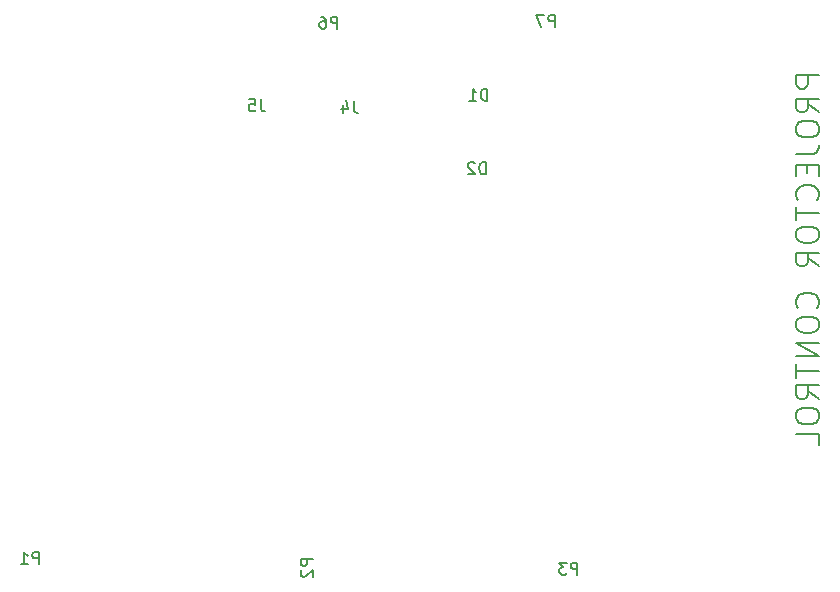
<source format=gbr>
G04 #@! TF.GenerationSoftware,KiCad,Pcbnew,(6.0.7-1)-1*
G04 #@! TF.CreationDate,2023-05-21T11:06:03+10:00*
G04 #@! TF.ProjectId,Arduino to Dual Serial,41726475-696e-46f2-9074-6f204475616c,rev?*
G04 #@! TF.SameCoordinates,Original*
G04 #@! TF.FileFunction,Legend,Bot*
G04 #@! TF.FilePolarity,Positive*
%FSLAX46Y46*%
G04 Gerber Fmt 4.6, Leading zero omitted, Abs format (unit mm)*
G04 Created by KiCad (PCBNEW (6.0.7-1)-1) date 2023-05-21 11:06:03*
%MOMM*%
%LPD*%
G01*
G04 APERTURE LIST*
%ADD10C,0.150000*%
G04 APERTURE END LIST*
D10*
X195214761Y-77408690D02*
X193214761Y-77408690D01*
X193214761Y-78170595D01*
X193310000Y-78361071D01*
X193405238Y-78456309D01*
X193595714Y-78551547D01*
X193881428Y-78551547D01*
X194071904Y-78456309D01*
X194167142Y-78361071D01*
X194262380Y-78170595D01*
X194262380Y-77408690D01*
X195214761Y-80551547D02*
X194262380Y-79884880D01*
X195214761Y-79408690D02*
X193214761Y-79408690D01*
X193214761Y-80170595D01*
X193310000Y-80361071D01*
X193405238Y-80456309D01*
X193595714Y-80551547D01*
X193881428Y-80551547D01*
X194071904Y-80456309D01*
X194167142Y-80361071D01*
X194262380Y-80170595D01*
X194262380Y-79408690D01*
X193214761Y-81789642D02*
X193214761Y-82170595D01*
X193310000Y-82361071D01*
X193500476Y-82551547D01*
X193881428Y-82646785D01*
X194548095Y-82646785D01*
X194929047Y-82551547D01*
X195119523Y-82361071D01*
X195214761Y-82170595D01*
X195214761Y-81789642D01*
X195119523Y-81599166D01*
X194929047Y-81408690D01*
X194548095Y-81313452D01*
X193881428Y-81313452D01*
X193500476Y-81408690D01*
X193310000Y-81599166D01*
X193214761Y-81789642D01*
X193214761Y-84075357D02*
X194643333Y-84075357D01*
X194929047Y-83980119D01*
X195119523Y-83789642D01*
X195214761Y-83503928D01*
X195214761Y-83313452D01*
X194167142Y-85027738D02*
X194167142Y-85694404D01*
X195214761Y-85980119D02*
X195214761Y-85027738D01*
X193214761Y-85027738D01*
X193214761Y-85980119D01*
X195024285Y-87980119D02*
X195119523Y-87884880D01*
X195214761Y-87599166D01*
X195214761Y-87408690D01*
X195119523Y-87122976D01*
X194929047Y-86932500D01*
X194738571Y-86837261D01*
X194357619Y-86742023D01*
X194071904Y-86742023D01*
X193690952Y-86837261D01*
X193500476Y-86932500D01*
X193310000Y-87122976D01*
X193214761Y-87408690D01*
X193214761Y-87599166D01*
X193310000Y-87884880D01*
X193405238Y-87980119D01*
X193214761Y-88551547D02*
X193214761Y-89694404D01*
X195214761Y-89122976D02*
X193214761Y-89122976D01*
X193214761Y-90742023D02*
X193214761Y-91122976D01*
X193310000Y-91313452D01*
X193500476Y-91503928D01*
X193881428Y-91599166D01*
X194548095Y-91599166D01*
X194929047Y-91503928D01*
X195119523Y-91313452D01*
X195214761Y-91122976D01*
X195214761Y-90742023D01*
X195119523Y-90551547D01*
X194929047Y-90361071D01*
X194548095Y-90265833D01*
X193881428Y-90265833D01*
X193500476Y-90361071D01*
X193310000Y-90551547D01*
X193214761Y-90742023D01*
X195214761Y-93599166D02*
X194262380Y-92932500D01*
X195214761Y-92456309D02*
X193214761Y-92456309D01*
X193214761Y-93218214D01*
X193310000Y-93408690D01*
X193405238Y-93503928D01*
X193595714Y-93599166D01*
X193881428Y-93599166D01*
X194071904Y-93503928D01*
X194167142Y-93408690D01*
X194262380Y-93218214D01*
X194262380Y-92456309D01*
X195024285Y-97122976D02*
X195119523Y-97027738D01*
X195214761Y-96742023D01*
X195214761Y-96551547D01*
X195119523Y-96265833D01*
X194929047Y-96075357D01*
X194738571Y-95980119D01*
X194357619Y-95884880D01*
X194071904Y-95884880D01*
X193690952Y-95980119D01*
X193500476Y-96075357D01*
X193310000Y-96265833D01*
X193214761Y-96551547D01*
X193214761Y-96742023D01*
X193310000Y-97027738D01*
X193405238Y-97122976D01*
X193214761Y-98361071D02*
X193214761Y-98742023D01*
X193310000Y-98932500D01*
X193500476Y-99122976D01*
X193881428Y-99218214D01*
X194548095Y-99218214D01*
X194929047Y-99122976D01*
X195119523Y-98932500D01*
X195214761Y-98742023D01*
X195214761Y-98361071D01*
X195119523Y-98170595D01*
X194929047Y-97980119D01*
X194548095Y-97884880D01*
X193881428Y-97884880D01*
X193500476Y-97980119D01*
X193310000Y-98170595D01*
X193214761Y-98361071D01*
X195214761Y-100075357D02*
X193214761Y-100075357D01*
X195214761Y-101218214D01*
X193214761Y-101218214D01*
X193214761Y-101884880D02*
X193214761Y-103027738D01*
X195214761Y-102456309D02*
X193214761Y-102456309D01*
X195214761Y-104837261D02*
X194262380Y-104170595D01*
X195214761Y-103694404D02*
X193214761Y-103694404D01*
X193214761Y-104456309D01*
X193310000Y-104646785D01*
X193405238Y-104742023D01*
X193595714Y-104837261D01*
X193881428Y-104837261D01*
X194071904Y-104742023D01*
X194167142Y-104646785D01*
X194262380Y-104456309D01*
X194262380Y-103694404D01*
X193214761Y-106075357D02*
X193214761Y-106456309D01*
X193310000Y-106646785D01*
X193500476Y-106837261D01*
X193881428Y-106932500D01*
X194548095Y-106932500D01*
X194929047Y-106837261D01*
X195119523Y-106646785D01*
X195214761Y-106456309D01*
X195214761Y-106075357D01*
X195119523Y-105884880D01*
X194929047Y-105694404D01*
X194548095Y-105599166D01*
X193881428Y-105599166D01*
X193500476Y-105694404D01*
X193310000Y-105884880D01*
X193214761Y-106075357D01*
X195214761Y-108742023D02*
X195214761Y-107789642D01*
X193214761Y-107789642D01*
X129135095Y-118816380D02*
X129135095Y-117816380D01*
X128754142Y-117816380D01*
X128658904Y-117864000D01*
X128611285Y-117911619D01*
X128563666Y-118006857D01*
X128563666Y-118149714D01*
X128611285Y-118244952D01*
X128658904Y-118292571D01*
X128754142Y-118340190D01*
X129135095Y-118340190D01*
X127611285Y-118816380D02*
X128182714Y-118816380D01*
X127897000Y-118816380D02*
X127897000Y-117816380D01*
X127992238Y-117959238D01*
X128087476Y-118054476D01*
X128182714Y-118102095D01*
X152300380Y-118387904D02*
X151300380Y-118387904D01*
X151300380Y-118768857D01*
X151348000Y-118864095D01*
X151395619Y-118911714D01*
X151490857Y-118959333D01*
X151633714Y-118959333D01*
X151728952Y-118911714D01*
X151776571Y-118864095D01*
X151824190Y-118768857D01*
X151824190Y-118387904D01*
X151395619Y-119340285D02*
X151348000Y-119387904D01*
X151300380Y-119483142D01*
X151300380Y-119721238D01*
X151348000Y-119816476D01*
X151395619Y-119864095D01*
X151490857Y-119911714D01*
X151586095Y-119911714D01*
X151728952Y-119864095D01*
X152300380Y-119292666D01*
X152300380Y-119911714D01*
X174728095Y-119705380D02*
X174728095Y-118705380D01*
X174347142Y-118705380D01*
X174251904Y-118753000D01*
X174204285Y-118800619D01*
X174156666Y-118895857D01*
X174156666Y-119038714D01*
X174204285Y-119133952D01*
X174251904Y-119181571D01*
X174347142Y-119229190D01*
X174728095Y-119229190D01*
X173823333Y-118705380D02*
X173204285Y-118705380D01*
X173537619Y-119086333D01*
X173394761Y-119086333D01*
X173299523Y-119133952D01*
X173251904Y-119181571D01*
X173204285Y-119276809D01*
X173204285Y-119514904D01*
X173251904Y-119610142D01*
X173299523Y-119657761D01*
X173394761Y-119705380D01*
X173680476Y-119705380D01*
X173775714Y-119657761D01*
X173823333Y-119610142D01*
X154408095Y-73477380D02*
X154408095Y-72477380D01*
X154027142Y-72477380D01*
X153931904Y-72525000D01*
X153884285Y-72572619D01*
X153836666Y-72667857D01*
X153836666Y-72810714D01*
X153884285Y-72905952D01*
X153931904Y-72953571D01*
X154027142Y-73001190D01*
X154408095Y-73001190D01*
X152979523Y-72477380D02*
X153170000Y-72477380D01*
X153265238Y-72525000D01*
X153312857Y-72572619D01*
X153408095Y-72715476D01*
X153455714Y-72905952D01*
X153455714Y-73286904D01*
X153408095Y-73382142D01*
X153360476Y-73429761D01*
X153265238Y-73477380D01*
X153074761Y-73477380D01*
X152979523Y-73429761D01*
X152931904Y-73382142D01*
X152884285Y-73286904D01*
X152884285Y-73048809D01*
X152931904Y-72953571D01*
X152979523Y-72905952D01*
X153074761Y-72858333D01*
X153265238Y-72858333D01*
X153360476Y-72905952D01*
X153408095Y-72953571D01*
X153455714Y-73048809D01*
X172823095Y-73350380D02*
X172823095Y-72350380D01*
X172442142Y-72350380D01*
X172346904Y-72398000D01*
X172299285Y-72445619D01*
X172251666Y-72540857D01*
X172251666Y-72683714D01*
X172299285Y-72778952D01*
X172346904Y-72826571D01*
X172442142Y-72874190D01*
X172823095Y-72874190D01*
X171918333Y-72350380D02*
X171251666Y-72350380D01*
X171680238Y-73350380D01*
X167108095Y-79573380D02*
X167108095Y-78573380D01*
X166870000Y-78573380D01*
X166727142Y-78621000D01*
X166631904Y-78716238D01*
X166584285Y-78811476D01*
X166536666Y-79001952D01*
X166536666Y-79144809D01*
X166584285Y-79335285D01*
X166631904Y-79430523D01*
X166727142Y-79525761D01*
X166870000Y-79573380D01*
X167108095Y-79573380D01*
X165584285Y-79573380D02*
X166155714Y-79573380D01*
X165870000Y-79573380D02*
X165870000Y-78573380D01*
X165965238Y-78716238D01*
X166060476Y-78811476D01*
X166155714Y-78859095D01*
X166981095Y-85796380D02*
X166981095Y-84796380D01*
X166743000Y-84796380D01*
X166600142Y-84844000D01*
X166504904Y-84939238D01*
X166457285Y-85034476D01*
X166409666Y-85224952D01*
X166409666Y-85367809D01*
X166457285Y-85558285D01*
X166504904Y-85653523D01*
X166600142Y-85748761D01*
X166743000Y-85796380D01*
X166981095Y-85796380D01*
X166028714Y-84891619D02*
X165981095Y-84844000D01*
X165885857Y-84796380D01*
X165647761Y-84796380D01*
X165552523Y-84844000D01*
X165504904Y-84891619D01*
X165457285Y-84986857D01*
X165457285Y-85082095D01*
X165504904Y-85224952D01*
X166076333Y-85796380D01*
X165457285Y-85796380D01*
X155776333Y-79589380D02*
X155776333Y-80303666D01*
X155823952Y-80446523D01*
X155919190Y-80541761D01*
X156062047Y-80589380D01*
X156157285Y-80589380D01*
X154871571Y-79922714D02*
X154871571Y-80589380D01*
X155109666Y-79541761D02*
X155347761Y-80256047D01*
X154728714Y-80256047D01*
X147902333Y-79462380D02*
X147902333Y-80176666D01*
X147949952Y-80319523D01*
X148045190Y-80414761D01*
X148188047Y-80462380D01*
X148283285Y-80462380D01*
X146949952Y-79462380D02*
X147426142Y-79462380D01*
X147473761Y-79938571D01*
X147426142Y-79890952D01*
X147330904Y-79843333D01*
X147092809Y-79843333D01*
X146997571Y-79890952D01*
X146949952Y-79938571D01*
X146902333Y-80033809D01*
X146902333Y-80271904D01*
X146949952Y-80367142D01*
X146997571Y-80414761D01*
X147092809Y-80462380D01*
X147330904Y-80462380D01*
X147426142Y-80414761D01*
X147473761Y-80367142D01*
M02*

</source>
